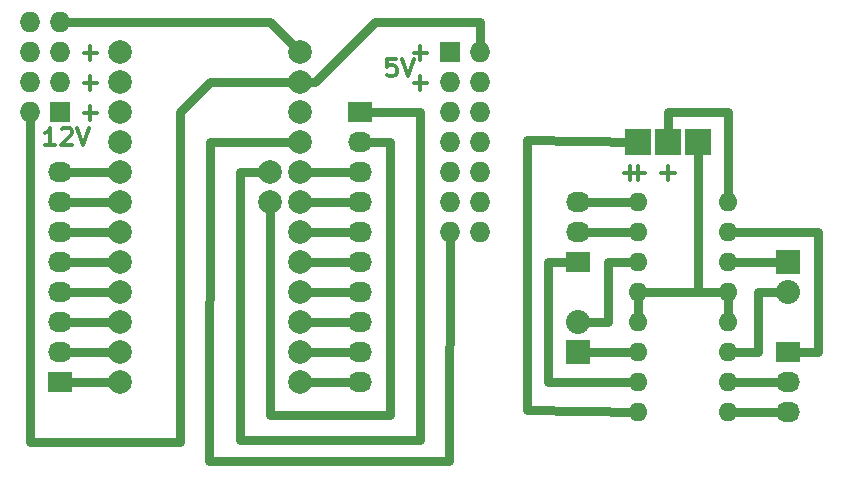
<source format=gbr>
G04 #@! TF.FileFunction,Copper,L1,Top,Signal*
%FSLAX46Y46*%
G04 Gerber Fmt 4.6, Leading zero omitted, Abs format (unit mm)*
G04 Created by KiCad (PCBNEW 4.0.2+dfsg1-stable) date Аўт 17 Тра 2016 11:54:42*
%MOMM*%
G01*
G04 APERTURE LIST*
%ADD10C,0.100000*%
%ADD11C,0.300000*%
%ADD12R,2.032000X1.727200*%
%ADD13O,2.032000X1.727200*%
%ADD14R,2.235200X2.235200*%
%ADD15R,2.032000X2.032000*%
%ADD16O,2.032000X2.032000*%
%ADD17O,1.600000X1.600000*%
%ADD18R,1.727200X1.727200*%
%ADD19O,1.727200X1.727200*%
%ADD20C,2.000000*%
%ADD21C,0.750000*%
G04 APERTURE END LIST*
D10*
D11*
X124936287Y-79315571D02*
X124222001Y-79315571D01*
X124150572Y-80029857D01*
X124222001Y-79958429D01*
X124364858Y-79887000D01*
X124722001Y-79887000D01*
X124864858Y-79958429D01*
X124936287Y-80029857D01*
X125007715Y-80172714D01*
X125007715Y-80529857D01*
X124936287Y-80672714D01*
X124864858Y-80744143D01*
X124722001Y-80815571D01*
X124364858Y-80815571D01*
X124222001Y-80744143D01*
X124150572Y-80672714D01*
X125436286Y-79315571D02*
X125936286Y-80815571D01*
X126436286Y-79315571D01*
X96099429Y-86657571D02*
X95242286Y-86657571D01*
X95670858Y-86657571D02*
X95670858Y-85157571D01*
X95528001Y-85371857D01*
X95385143Y-85514714D01*
X95242286Y-85586143D01*
X96670857Y-85300429D02*
X96742286Y-85229000D01*
X96885143Y-85157571D01*
X97242286Y-85157571D01*
X97385143Y-85229000D01*
X97456572Y-85300429D01*
X97528000Y-85443286D01*
X97528000Y-85586143D01*
X97456572Y-85800429D01*
X96599429Y-86657571D01*
X97528000Y-86657571D01*
X97956571Y-85157571D02*
X98456571Y-86657571D01*
X98956571Y-85157571D01*
X144208572Y-89007143D02*
X145351429Y-89007143D01*
X144780000Y-89578571D02*
X144780000Y-88435714D01*
X147383572Y-89007143D02*
X148526429Y-89007143D01*
X147955000Y-89578571D02*
X147955000Y-88435714D01*
X144843572Y-89007143D02*
X145986429Y-89007143D01*
X145415000Y-89578571D02*
X145415000Y-88435714D01*
X126428572Y-81387143D02*
X127571429Y-81387143D01*
X127000000Y-81958571D02*
X127000000Y-80815714D01*
X126428572Y-78847143D02*
X127571429Y-78847143D01*
X127000000Y-79418571D02*
X127000000Y-78275714D01*
X98488572Y-83927143D02*
X99631429Y-83927143D01*
X99060000Y-84498571D02*
X99060000Y-83355714D01*
X98488572Y-81387143D02*
X99631429Y-81387143D01*
X99060000Y-81958571D02*
X99060000Y-80815714D01*
X98488572Y-78847143D02*
X99631429Y-78847143D01*
X99060000Y-79418571D02*
X99060000Y-78275714D01*
D12*
X140335000Y-96520000D03*
D13*
X140335000Y-93980000D03*
X140335000Y-91440000D03*
D12*
X158115000Y-104140000D03*
D13*
X158115000Y-106680000D03*
X158115000Y-109220000D03*
D14*
X145415000Y-86360000D03*
X150495000Y-86360000D03*
X147955000Y-86360000D03*
D15*
X140335000Y-104140000D03*
D16*
X140335000Y-101600000D03*
D15*
X158115000Y-96520000D03*
D16*
X158115000Y-99060000D03*
D17*
X145415000Y-91440000D03*
X145415000Y-93980000D03*
X145415000Y-96520000D03*
X145415000Y-99060000D03*
X145415000Y-101600000D03*
X145415000Y-104140000D03*
X145415000Y-106680000D03*
X145415000Y-109220000D03*
X153035000Y-109220000D03*
X153035000Y-106680000D03*
X153035000Y-104140000D03*
X153035000Y-101600000D03*
X153035000Y-99060000D03*
X153035000Y-96520000D03*
X153035000Y-93980000D03*
X153035000Y-91440000D03*
D12*
X96520000Y-106680000D03*
D13*
X96520000Y-104140000D03*
X96520000Y-101600000D03*
X96520000Y-99060000D03*
X96520000Y-96520000D03*
X96520000Y-93980000D03*
X96520000Y-91440000D03*
X96520000Y-88900000D03*
D18*
X129540000Y-78740000D03*
D19*
X132080000Y-78740000D03*
X129540000Y-81280000D03*
X132080000Y-81280000D03*
X129540000Y-83820000D03*
X132080000Y-83820000D03*
X129540000Y-86360000D03*
X132080000Y-86360000D03*
X129540000Y-88900000D03*
X132080000Y-88900000D03*
X129540000Y-91440000D03*
X132080000Y-91440000D03*
X129540000Y-93980000D03*
X132080000Y-93980000D03*
D12*
X121920000Y-83820000D03*
D13*
X121920000Y-86360000D03*
X121920000Y-88900000D03*
X121920000Y-91440000D03*
X121920000Y-93980000D03*
X121920000Y-96520000D03*
X121920000Y-99060000D03*
X121920000Y-101600000D03*
X121920000Y-104140000D03*
X121920000Y-106680000D03*
D20*
X116840000Y-78740000D03*
X116840000Y-81280000D03*
X116840000Y-83820000D03*
X116840000Y-86360000D03*
X116840000Y-88900000D03*
X116840000Y-99060000D03*
X116840000Y-101600000D03*
X116840000Y-104140000D03*
X116840000Y-106680000D03*
X114300000Y-88900000D03*
X114300000Y-91440000D03*
X101600000Y-99060000D03*
X101600000Y-96520000D03*
X101600000Y-93980000D03*
X101600000Y-91440000D03*
X101600000Y-88900000D03*
X101600000Y-86360000D03*
X101600000Y-83820000D03*
X101600000Y-81280000D03*
X101600000Y-78740000D03*
X101600000Y-101600000D03*
X101600000Y-104140000D03*
X101600000Y-106680000D03*
X116840000Y-91440000D03*
X116840000Y-93980000D03*
X116840000Y-96520000D03*
D18*
X96520000Y-83820000D03*
D19*
X93980000Y-83820000D03*
X96520000Y-81280000D03*
X93980000Y-81280000D03*
X96520000Y-78740000D03*
X93980000Y-78740000D03*
X96520000Y-76200000D03*
X93980000Y-76200000D03*
D21*
X140335000Y-96520000D02*
X137795000Y-96520000D01*
X137795000Y-106680000D02*
X145415000Y-106680000D01*
X137795000Y-96520000D02*
X137795000Y-106680000D01*
X145415000Y-93980000D02*
X140335000Y-93980000D01*
X140335000Y-91440000D02*
X145415000Y-91440000D01*
X158115000Y-104140000D02*
X160655000Y-104140000D01*
X160655000Y-93980000D02*
X153035000Y-93980000D01*
X160655000Y-104140000D02*
X160655000Y-93980000D01*
X158115000Y-106680000D02*
X153035000Y-106680000D01*
X153035000Y-109220000D02*
X158115000Y-109220000D01*
X145415000Y-86360000D02*
X136017000Y-86233000D01*
X136017000Y-109093000D02*
X145415000Y-109220000D01*
X136017000Y-86233000D02*
X136017000Y-109093000D01*
X150495000Y-99060000D02*
X150495000Y-86360000D01*
X145415000Y-99060000D02*
X150495000Y-99060000D01*
X150495000Y-99060000D02*
X153035000Y-99060000D01*
X145415000Y-99060000D02*
X145415000Y-101600000D01*
X153035000Y-101600000D02*
X153035000Y-99060000D01*
X147955000Y-86360000D02*
X147955000Y-83820000D01*
X153035000Y-83820000D02*
X153035000Y-91440000D01*
X147955000Y-83820000D02*
X153035000Y-83820000D01*
X140335000Y-104140000D02*
X145415000Y-104140000D01*
X140335000Y-101600000D02*
X142875000Y-101600000D01*
X142875000Y-96520000D02*
X145415000Y-96520000D01*
X142875000Y-101600000D02*
X142875000Y-96520000D01*
X158115000Y-96520000D02*
X153035000Y-96520000D01*
X158115000Y-99060000D02*
X155575000Y-99060000D01*
X155575000Y-104140000D02*
X153035000Y-104140000D01*
X155575000Y-99060000D02*
X155575000Y-104140000D01*
X101600000Y-106680000D02*
X96520000Y-106680000D01*
X96520000Y-104140000D02*
X101600000Y-104140000D01*
X96520000Y-101600000D02*
X101600000Y-101600000D01*
X101600000Y-99060000D02*
X96520000Y-99060000D01*
X96520000Y-96520000D02*
X101600000Y-96520000D01*
X101600000Y-93980000D02*
X96520000Y-93980000D01*
X96520000Y-91440000D02*
X101600000Y-91440000D01*
X101600000Y-88900000D02*
X96520000Y-88900000D01*
X93980000Y-83820000D02*
X93980000Y-111760000D01*
X109220000Y-81280000D02*
X116840000Y-81280000D01*
X106680000Y-83820000D02*
X109220000Y-81280000D01*
X106680000Y-111760000D02*
X106680000Y-83820000D01*
X93980000Y-111760000D02*
X106680000Y-111760000D01*
X132080000Y-78740000D02*
X132080000Y-76200000D01*
X118110000Y-81280000D02*
X116840000Y-81280000D01*
X123190000Y-76200000D02*
X118110000Y-81280000D01*
X132080000Y-76200000D02*
X123190000Y-76200000D01*
X96520000Y-76200000D02*
X114300000Y-76200000D01*
X114300000Y-76200000D02*
X116840000Y-78740000D01*
X129540000Y-93980000D02*
X129413000Y-113411000D01*
X109220000Y-86360000D02*
X116840000Y-86360000D01*
X109093000Y-113411000D02*
X109220000Y-86360000D01*
X129413000Y-113411000D02*
X109093000Y-113411000D01*
X114300000Y-88900000D02*
X111760000Y-88900000D01*
X127000000Y-83820000D02*
X121920000Y-83820000D01*
X127000000Y-111633000D02*
X127000000Y-83820000D01*
X111760000Y-111633000D02*
X127000000Y-111633000D01*
X111760000Y-88900000D02*
X111760000Y-111633000D01*
X114300000Y-91440000D02*
X114300000Y-109474000D01*
X124460000Y-86360000D02*
X121920000Y-86360000D01*
X124460000Y-109474000D02*
X124460000Y-86360000D01*
X114300000Y-109474000D02*
X124460000Y-109474000D01*
X116840000Y-88900000D02*
X121920000Y-88900000D01*
X121920000Y-91440000D02*
X116840000Y-91440000D01*
X116840000Y-93980000D02*
X121920000Y-93980000D01*
X121920000Y-96520000D02*
X116840000Y-96520000D01*
X116840000Y-99060000D02*
X121920000Y-99060000D01*
X121920000Y-101600000D02*
X116840000Y-101600000D01*
X116840000Y-104140000D02*
X121920000Y-104140000D01*
X116840000Y-106680000D02*
X121920000Y-106680000D01*
M02*

</source>
